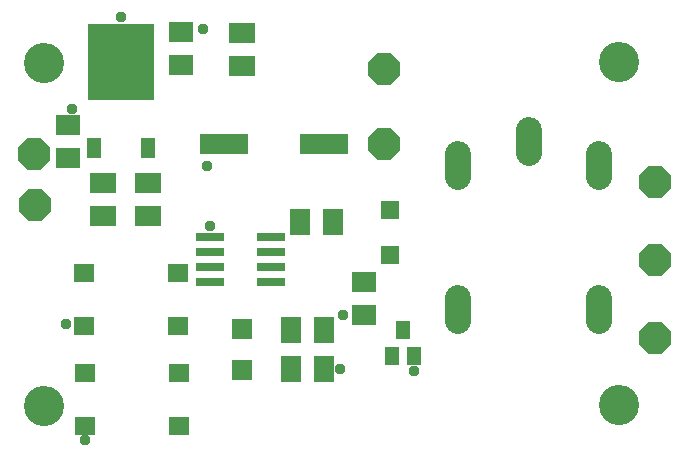
<source format=gbr>
G04 EAGLE Gerber RS-274X export*
G75*
%MOMM*%
%FSLAX34Y34*%
%LPD*%
%INSoldermask Top*%
%IPPOS*%
%AMOC8*
5,1,8,0,0,1.08239X$1,22.5*%
G01*
%ADD10C,3.403200*%
%ADD11R,2.003200X1.803200*%
%ADD12R,4.103200X1.803200*%
%ADD13R,1.603200X1.603200*%
%ADD14R,5.603200X6.403200*%
%ADD15R,1.203200X1.803200*%
%ADD16R,2.403200X0.803200*%
%ADD17C,2.184400*%
%ADD18R,1.703200X1.703200*%
%ADD19P,2.969212X8X22.500000*%
%ADD20R,2.203200X1.803200*%
%ADD21R,1.803200X2.203200*%
%ADD22R,1.753200X1.503200*%
%ADD23R,1.203200X1.603200*%
%ADD24C,0.959600*%


D10*
X53340Y341630D03*
X53340Y51308D03*
X540004Y342138D03*
X540258Y51816D03*
D11*
X73660Y260828D03*
X73660Y288828D03*
X169418Y340076D03*
X169418Y368076D03*
X324104Y156494D03*
X324104Y128494D03*
D12*
X205658Y273304D03*
X290658Y273304D03*
D13*
X346742Y217184D03*
X346742Y179184D03*
D14*
X118872Y342754D03*
D15*
X96072Y269754D03*
X141672Y269754D03*
D16*
X193964Y181864D03*
X245964Y181864D03*
X193964Y194564D03*
X193964Y169164D03*
X193964Y156464D03*
X245964Y194564D03*
X245964Y169164D03*
X245964Y156464D03*
D17*
X464058Y265430D02*
X464058Y285242D01*
X404368Y264922D02*
X404368Y245110D01*
X523748Y245110D02*
X523748Y264922D01*
X523748Y143002D02*
X523748Y123190D01*
X404368Y123190D02*
X404368Y143002D01*
D18*
X220726Y81814D03*
X220726Y116814D03*
D19*
X570484Y240538D03*
X570738Y108458D03*
X570738Y174498D03*
X341471Y336614D03*
X341122Y273304D03*
D20*
X141478Y211806D03*
X141478Y239806D03*
X103124Y212060D03*
X103124Y240060D03*
D21*
X270226Y207010D03*
X298226Y207010D03*
D20*
X220726Y367314D03*
X220726Y339314D03*
D21*
X290606Y82296D03*
X262606Y82296D03*
X262606Y115570D03*
X290606Y115570D03*
D22*
X167258Y118724D03*
X87758Y118724D03*
X167258Y163724D03*
X87758Y163724D03*
X167512Y34396D03*
X88012Y34396D03*
X167512Y79396D03*
X88012Y79396D03*
D23*
X357632Y115648D03*
X367132Y93648D03*
X348132Y93648D03*
D19*
X44958Y264668D03*
X45720Y221234D03*
D24*
X77216Y302768D03*
X187960Y370332D03*
X191516Y254508D03*
X193802Y203454D03*
X72390Y120650D03*
X304292Y82296D03*
X306324Y128270D03*
X118618Y381000D03*
X366776Y80518D03*
X87884Y22098D03*
M02*

</source>
